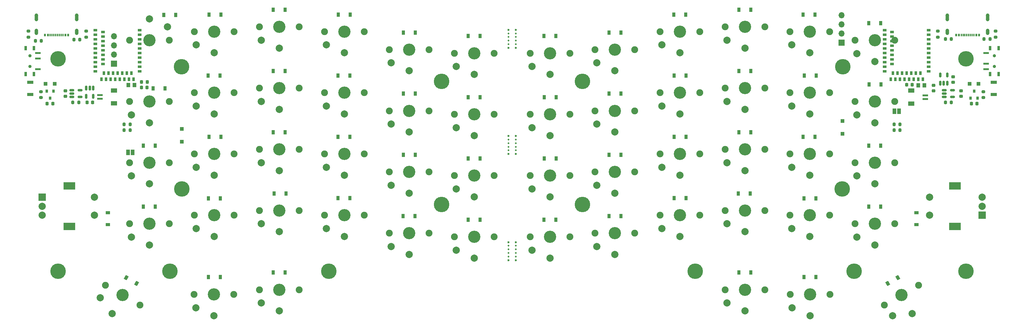
<source format=gbr>
%TF.GenerationSoftware,KiCad,Pcbnew,(5.99.0-8557-g8988e46ab1)*%
%TF.CreationDate,2021-02-24T09:02:56-07:00*%
%TF.ProjectId,SP56,53503536-2e6b-4696-9361-645f70636258,rev?*%
%TF.SameCoordinates,Original*%
%TF.FileFunction,Soldermask,Bot*%
%TF.FilePolarity,Negative*%
%FSLAX46Y46*%
G04 Gerber Fmt 4.6, Leading zero omitted, Abs format (unit mm)*
G04 Created by KiCad (PCBNEW (5.99.0-8557-g8988e46ab1)) date 2021-02-24 09:02:56*
%MOMM*%
%LPD*%
G01*
G04 APERTURE LIST*
G04 Aperture macros list*
%AMRoundRect*
0 Rectangle with rounded corners*
0 $1 Rounding radius*
0 $2 $3 $4 $5 $6 $7 $8 $9 X,Y pos of 4 corners*
0 Add a 4 corners polygon primitive as box body*
4,1,4,$2,$3,$4,$5,$6,$7,$8,$9,$2,$3,0*
0 Add four circle primitives for the rounded corners*
1,1,$1+$1,$2,$3*
1,1,$1+$1,$4,$5*
1,1,$1+$1,$6,$7*
1,1,$1+$1,$8,$9*
0 Add four rect primitives between the rounded corners*
20,1,$1+$1,$2,$3,$4,$5,0*
20,1,$1+$1,$4,$5,$6,$7,0*
20,1,$1+$1,$6,$7,$8,$9,0*
20,1,$1+$1,$8,$9,$2,$3,0*%
%AMRotRect*
0 Rectangle, with rotation*
0 The origin of the aperture is its center*
0 $1 length*
0 $2 width*
0 $3 Rotation angle, in degrees counterclockwise*
0 Add horizontal line*
21,1,$1,$2,0,0,$3*%
G04 Aperture macros list end*
%ADD10C,0.500000*%
%ADD11C,0.600000*%
%ADD12C,4.300000*%
%ADD13C,1.900000*%
%ADD14C,3.400000*%
%ADD15C,2.000000*%
%ADD16R,1.700000X1.700000*%
%ADD17O,1.700000X1.700000*%
%ADD18R,1.000000X1.000000*%
%ADD19R,2.000000X2.000000*%
%ADD20R,3.200000X2.000000*%
%ADD21R,0.900000X1.200000*%
%ADD22R,1.200000X0.900000*%
%ADD23R,0.800000X0.900000*%
%ADD24RoundRect,0.200000X0.200000X0.275000X-0.200000X0.275000X-0.200000X-0.275000X0.200000X-0.275000X0*%
%ADD25RoundRect,0.150000X-0.512500X-0.150000X0.512500X-0.150000X0.512500X0.150000X-0.512500X0.150000X0*%
%ADD26RoundRect,0.200000X-0.275000X0.200000X-0.275000X-0.200000X0.275000X-0.200000X0.275000X0.200000X0*%
%ADD27RoundRect,0.225000X-0.250000X0.225000X-0.250000X-0.225000X0.250000X-0.225000X0.250000X0.225000X0*%
%ADD28RotRect,0.900000X1.200000X30.000000*%
%ADD29RoundRect,0.200000X0.275000X-0.200000X0.275000X0.200000X-0.275000X0.200000X-0.275000X-0.200000X0*%
%ADD30RoundRect,0.225000X0.250000X-0.225000X0.250000X0.225000X-0.250000X0.225000X-0.250000X-0.225000X0*%
%ADD31RoundRect,0.225000X-0.225000X-0.250000X0.225000X-0.250000X0.225000X0.250000X-0.225000X0.250000X0*%
%ADD32R,1.050000X1.200000*%
%ADD33R,1.550000X0.600000*%
%ADD34R,1.800000X1.200000*%
%ADD35RoundRect,0.200000X-0.200000X-0.275000X0.200000X-0.275000X0.200000X0.275000X-0.200000X0.275000X0*%
%ADD36RoundRect,0.225000X0.225000X0.250000X-0.225000X0.250000X-0.225000X-0.250000X0.225000X-0.250000X0*%
%ADD37C,0.900000*%
%ADD38R,1.524000X0.600000*%
%ADD39R,0.700000X1.200000*%
%ADD40R,1.000000X0.650000*%
%ADD41R,0.650000X1.000000*%
%ADD42R,1.000000X1.500000*%
%ADD43RoundRect,0.150000X0.150000X-0.512500X0.150000X0.512500X-0.150000X0.512500X-0.150000X-0.512500X0*%
%ADD44R,1.700000X0.900000*%
%ADD45RoundRect,0.150000X-0.150000X0.512500X-0.150000X-0.512500X0.150000X-0.512500X0.150000X0.512500X0*%
%ADD46RotRect,0.900000X1.200000X330.000000*%
%ADD47R,0.540000X0.800000*%
%ADD48R,0.300000X0.800000*%
%ADD49C,1.000000*%
G04 APERTURE END LIST*
D10*
%TO.C,REF\u002A\u002A*%
X223175000Y-11500000D03*
X225175000Y-11500000D03*
D11*
X223175000Y-15500000D03*
D10*
X223175000Y-12500000D03*
X225175000Y-14500000D03*
D11*
X223175000Y-10500000D03*
D10*
X223175000Y-14500000D03*
D11*
X225175000Y-15500000D03*
D10*
X225175000Y-13500000D03*
X223175000Y-13500000D03*
X225175000Y-12500000D03*
D11*
X225175000Y-10500000D03*
%TD*%
D10*
%TO.C,REF\u002A\u002A*%
X223175000Y-41000000D03*
X225175000Y-41000000D03*
D11*
X223175000Y-45000000D03*
D10*
X223175000Y-42000000D03*
X225175000Y-44000000D03*
D11*
X223175000Y-40000000D03*
D10*
X223175000Y-44000000D03*
D11*
X225175000Y-45000000D03*
D10*
X225175000Y-43000000D03*
X223175000Y-43000000D03*
X225175000Y-42000000D03*
D11*
X225175000Y-40000000D03*
%TD*%
D10*
%TO.C,REF\u002A\u002A*%
X223175000Y-70500000D03*
X225175000Y-70500000D03*
D11*
X223175000Y-74500000D03*
D10*
X223175000Y-71500000D03*
X225175000Y-73500000D03*
D11*
X223175000Y-69500000D03*
D10*
X223175000Y-73500000D03*
D11*
X225175000Y-74500000D03*
D10*
X225175000Y-72500000D03*
X223175000Y-72500000D03*
X225175000Y-71500000D03*
D11*
X225175000Y-69500000D03*
%TD*%
D12*
%TO.C,H14*%
X98400000Y-77600000D03*
%TD*%
D13*
%TO.C,SW126*%
X121038140Y-86950000D03*
X111511860Y-81450000D03*
D14*
X116275000Y-84200000D03*
D15*
X110094873Y-84904294D03*
X113325000Y-89309550D03*
%TD*%
D16*
%TO.C,SWD/C1*%
X315475000Y-14100000D03*
D17*
X315475000Y-11560000D03*
X315475000Y-9020000D03*
X315475000Y-6480000D03*
%TD*%
D13*
%TO.C,SW113*%
X129175000Y-47400000D03*
D14*
X123675000Y-47400000D03*
D13*
X118175000Y-47400000D03*
D15*
X118675000Y-51100000D03*
X123675000Y-53300000D03*
%TD*%
D14*
%TO.C,SW2*%
X306675000Y-11000000D03*
D13*
X312175000Y-11000000D03*
X301175000Y-11000000D03*
D15*
X301675000Y-14700000D03*
X306675000Y-16900000D03*
%TD*%
D13*
%TO.C,SW21*%
X283175000Y-60700000D03*
X294175000Y-60700000D03*
D14*
X288675000Y-60700000D03*
D15*
X283675000Y-64400000D03*
X288675000Y-66600000D03*
%TD*%
D13*
%TO.C,SW9*%
X283175000Y-26700000D03*
D14*
X288675000Y-26700000D03*
D13*
X294175000Y-26700000D03*
D15*
X283675000Y-30400000D03*
X288675000Y-32600000D03*
%TD*%
D13*
%TO.C,SW1*%
X319175000Y-13400000D03*
D14*
X324675000Y-13400000D03*
D13*
X330175000Y-13400000D03*
D15*
X319675000Y-17100000D03*
X324675000Y-19300000D03*
%TD*%
D18*
%TO.C,J3*%
X315750000Y-35800000D03*
%TD*%
D14*
%TO.C,SW11*%
X252675000Y-33000000D03*
D13*
X258175000Y-33000000D03*
X247175000Y-33000000D03*
D15*
X247675000Y-36700000D03*
X252675000Y-38900000D03*
%TD*%
D14*
%TO.C,SW119*%
X123675000Y-64400000D03*
D13*
X129175000Y-64400000D03*
X118175000Y-64400000D03*
D15*
X118675000Y-68100000D03*
X123675000Y-70300000D03*
%TD*%
D18*
%TO.C,J2*%
X315750000Y-39400000D03*
%TD*%
D13*
%TO.C,SW106*%
X219175000Y-17000000D03*
D14*
X213675000Y-17000000D03*
D13*
X208175000Y-17000000D03*
D15*
X208675000Y-20700000D03*
X213675000Y-22900000D03*
%TD*%
D13*
%TO.C,SW28*%
X294175000Y-82700000D03*
X283175000Y-82700000D03*
D14*
X288675000Y-82700000D03*
D15*
X283675000Y-86400000D03*
X288675000Y-88600000D03*
%TD*%
D14*
%TO.C,SW127*%
X141575000Y-84000000D03*
D13*
X136075000Y-84000000D03*
X147075000Y-84000000D03*
D15*
X136575000Y-87700000D03*
X141575000Y-89900000D03*
%TD*%
D13*
%TO.C,SW26*%
X336838140Y-81450000D03*
X327311860Y-86950000D03*
D14*
X332075000Y-84200000D03*
D15*
X329594873Y-89904294D03*
X335025000Y-89309550D03*
%TD*%
D14*
%TO.C,SW123*%
X195675000Y-67000000D03*
D13*
X201175000Y-67000000D03*
X190175000Y-67000000D03*
D15*
X190675000Y-70700000D03*
X195675000Y-72900000D03*
%TD*%
D14*
%TO.C,SW115*%
X159675000Y-43700000D03*
D13*
X165175000Y-43700000D03*
X154175000Y-43700000D03*
D15*
X154675000Y-47400000D03*
X159675000Y-49600000D03*
%TD*%
D13*
%TO.C,SW18*%
X229175000Y-51000000D03*
X240175000Y-51000000D03*
D14*
X234675000Y-51000000D03*
D15*
X229675000Y-54700000D03*
X234675000Y-56900000D03*
%TD*%
D13*
%TO.C,SW27*%
X301275000Y-84000000D03*
D14*
X306775000Y-84000000D03*
D13*
X312275000Y-84000000D03*
D15*
X301775000Y-87700000D03*
X306775000Y-89900000D03*
%TD*%
D13*
%TO.C,SW19*%
X330175000Y-64400000D03*
X319175000Y-64400000D03*
D14*
X324675000Y-64400000D03*
D15*
X319675000Y-68100000D03*
X324675000Y-70300000D03*
%TD*%
D13*
%TO.C,SW17*%
X258175000Y-50000000D03*
D14*
X252675000Y-50000000D03*
D13*
X247175000Y-50000000D03*
D15*
X247675000Y-53700000D03*
X252675000Y-55900000D03*
%TD*%
D12*
%TO.C,H10*%
X132575000Y-20725000D03*
%TD*%
D13*
%TO.C,SW7*%
X330175000Y-30400000D03*
X319175000Y-30400000D03*
D14*
X324675000Y-30400000D03*
D15*
X319675000Y-34100000D03*
X324675000Y-36300000D03*
%TD*%
D13*
%TO.C,SW103*%
X165175000Y-9700000D03*
D14*
X159675000Y-9700000D03*
D13*
X154175000Y-9700000D03*
D15*
X154675000Y-13400000D03*
X159675000Y-15600000D03*
%TD*%
D12*
%TO.C,H8*%
X274950000Y-77600000D03*
%TD*%
%TO.C,H13*%
X132675000Y-54725000D03*
%TD*%
D13*
%TO.C,SW15*%
X283175000Y-43700000D03*
D14*
X288675000Y-43700000D03*
D13*
X294175000Y-43700000D03*
D15*
X283675000Y-47400000D03*
X288675000Y-49600000D03*
%TD*%
D12*
%TO.C,H11*%
X204675000Y-24825000D03*
%TD*%
D14*
%TO.C,SW104*%
X177675000Y-11000000D03*
D13*
X183175000Y-11000000D03*
X172175000Y-11000000D03*
D15*
X172675000Y-14700000D03*
X177675000Y-16900000D03*
%TD*%
D18*
%TO.C,J104*%
X132700000Y-41600000D03*
%TD*%
D13*
%TO.C,SW20*%
X312175000Y-62000000D03*
X301175000Y-62000000D03*
D14*
X306675000Y-62000000D03*
D15*
X301675000Y-65700000D03*
X306675000Y-67900000D03*
%TD*%
D13*
%TO.C,SW22*%
X265175000Y-62000000D03*
D14*
X270675000Y-62000000D03*
D13*
X276175000Y-62000000D03*
D15*
X265675000Y-65700000D03*
X270675000Y-67900000D03*
%TD*%
D13*
%TO.C,SW16*%
X276175000Y-45000000D03*
D14*
X270675000Y-45000000D03*
D13*
X265175000Y-45000000D03*
D15*
X265675000Y-48700000D03*
X270675000Y-50900000D03*
%TD*%
D13*
%TO.C,SW118*%
X219175000Y-51000000D03*
X208175000Y-51000000D03*
D14*
X213675000Y-51000000D03*
D15*
X208675000Y-54700000D03*
X213675000Y-56900000D03*
%TD*%
D13*
%TO.C,SW10*%
X276175000Y-28000000D03*
D14*
X270675000Y-28000000D03*
D13*
X265175000Y-28000000D03*
D15*
X265675000Y-31700000D03*
X270675000Y-33900000D03*
%TD*%
D14*
%TO.C,SW101*%
X123675000Y-13400000D03*
D13*
X118175000Y-13400000D03*
X129175000Y-13400000D03*
D15*
X128675000Y-9700000D03*
X123675000Y-7500000D03*
%TD*%
D13*
%TO.C,SW23*%
X247175000Y-67000000D03*
X258175000Y-67000000D03*
D14*
X252675000Y-67000000D03*
D15*
X247675000Y-70700000D03*
X252675000Y-72900000D03*
%TD*%
D13*
%TO.C,SW5*%
X258175000Y-16000000D03*
X247175000Y-16000000D03*
D14*
X252675000Y-16000000D03*
D15*
X247675000Y-19700000D03*
X252675000Y-21900000D03*
%TD*%
D13*
%TO.C,SW110*%
X183175000Y-28000000D03*
X172175000Y-28000000D03*
D14*
X177675000Y-28000000D03*
D15*
X172675000Y-31700000D03*
X177675000Y-33900000D03*
%TD*%
D14*
%TO.C,SW8*%
X306675000Y-28000000D03*
D13*
X312175000Y-28000000D03*
X301175000Y-28000000D03*
D15*
X301675000Y-31700000D03*
X306675000Y-33900000D03*
%TD*%
D13*
%TO.C,SW114*%
X147175000Y-45000000D03*
D14*
X141675000Y-45000000D03*
D13*
X136175000Y-45000000D03*
D15*
X136675000Y-48700000D03*
X141675000Y-50900000D03*
%TD*%
D14*
%TO.C,SW4*%
X270675000Y-11000000D03*
D13*
X276175000Y-11000000D03*
X265175000Y-11000000D03*
D15*
X265675000Y-14700000D03*
X270675000Y-16900000D03*
%TD*%
D12*
%TO.C,H12*%
X204675000Y-59025000D03*
%TD*%
D14*
%TO.C,SW13*%
X324675000Y-47400000D03*
D13*
X319175000Y-47400000D03*
X330175000Y-47400000D03*
D15*
X319675000Y-51100000D03*
X324675000Y-53300000D03*
%TD*%
D12*
%TO.C,H15*%
X129400000Y-77600000D03*
%TD*%
D13*
%TO.C,SW124*%
X219175000Y-68000000D03*
D14*
X213675000Y-68000000D03*
D13*
X208175000Y-68000000D03*
D15*
X208675000Y-71700000D03*
X213675000Y-73900000D03*
%TD*%
D19*
%TO.C,SW125*%
X93975000Y-57000000D03*
D15*
X93975000Y-62000000D03*
X93975000Y-59500000D03*
D20*
X101475000Y-53900000D03*
X101475000Y-65100000D03*
D15*
X108475000Y-62000000D03*
X108475000Y-57000000D03*
%TD*%
D13*
%TO.C,SW108*%
X147175000Y-28000000D03*
X136175000Y-28000000D03*
D14*
X141675000Y-28000000D03*
D15*
X136675000Y-31700000D03*
X141675000Y-33900000D03*
%TD*%
D12*
%TO.C,H7*%
X318950000Y-77600000D03*
%TD*%
D13*
%TO.C,SW128*%
X165175000Y-82700000D03*
D14*
X159675000Y-82700000D03*
D13*
X154175000Y-82700000D03*
D15*
X154675000Y-86400000D03*
X159675000Y-88600000D03*
%TD*%
D13*
%TO.C,SW111*%
X190175000Y-33000000D03*
D14*
X195675000Y-33000000D03*
D13*
X201175000Y-33000000D03*
D15*
X190675000Y-36700000D03*
X195675000Y-38900000D03*
%TD*%
D14*
%TO.C,SW122*%
X177675000Y-62000000D03*
D13*
X183175000Y-62000000D03*
X172175000Y-62000000D03*
D15*
X172675000Y-65700000D03*
X177675000Y-67900000D03*
%TD*%
D14*
%TO.C,SW112*%
X213675000Y-34000000D03*
D13*
X219175000Y-34000000D03*
X208175000Y-34000000D03*
D15*
X208675000Y-37700000D03*
X213675000Y-39900000D03*
%TD*%
D12*
%TO.C,H16*%
X173400000Y-77600000D03*
%TD*%
D14*
%TO.C,SW24*%
X234675000Y-68000000D03*
D13*
X240175000Y-68000000D03*
X229175000Y-68000000D03*
D15*
X229675000Y-71700000D03*
X234675000Y-73900000D03*
%TD*%
D14*
%TO.C,SW12*%
X234675000Y-34000000D03*
D13*
X229175000Y-34000000D03*
X240175000Y-34000000D03*
D15*
X229675000Y-37700000D03*
X234675000Y-39900000D03*
%TD*%
D13*
%TO.C,SW120*%
X147175000Y-62000000D03*
D14*
X141675000Y-62000000D03*
D13*
X136175000Y-62000000D03*
D15*
X136675000Y-65700000D03*
X141675000Y-67900000D03*
%TD*%
D13*
%TO.C,SW109*%
X165175000Y-26700000D03*
X154175000Y-26700000D03*
D14*
X159675000Y-26700000D03*
D15*
X154675000Y-30400000D03*
X159675000Y-32600000D03*
%TD*%
D14*
%TO.C,SW105*%
X195675000Y-16000000D03*
D13*
X190175000Y-16000000D03*
X201175000Y-16000000D03*
D15*
X190675000Y-19700000D03*
X195675000Y-21900000D03*
%TD*%
D13*
%TO.C,SW107*%
X129175000Y-30400000D03*
X118175000Y-30400000D03*
D14*
X123675000Y-30400000D03*
D15*
X118675000Y-34100000D03*
X123675000Y-36300000D03*
%TD*%
D13*
%TO.C,SW3*%
X283175000Y-9700000D03*
D14*
X288675000Y-9700000D03*
D13*
X294175000Y-9700000D03*
D15*
X283675000Y-13400000D03*
X288675000Y-15600000D03*
%TD*%
D13*
%TO.C,SW6*%
X229175000Y-17000000D03*
D14*
X234675000Y-17000000D03*
D13*
X240175000Y-17000000D03*
D15*
X229675000Y-20700000D03*
X234675000Y-22900000D03*
%TD*%
D13*
%TO.C,SW14*%
X301175000Y-45000000D03*
D14*
X306675000Y-45000000D03*
D13*
X312175000Y-45000000D03*
D15*
X301675000Y-48700000D03*
X306675000Y-50900000D03*
%TD*%
D13*
%TO.C,SW117*%
X201175000Y-50000000D03*
D14*
X195675000Y-50000000D03*
D13*
X190175000Y-50000000D03*
D15*
X190675000Y-53700000D03*
X195675000Y-55900000D03*
%TD*%
D13*
%TO.C,SW102*%
X136175000Y-11000000D03*
D14*
X141675000Y-11000000D03*
D13*
X147175000Y-11000000D03*
D15*
X136675000Y-14700000D03*
X141675000Y-16900000D03*
%TD*%
D12*
%TO.C,H9*%
X98400000Y-18600000D03*
%TD*%
D13*
%TO.C,SW116*%
X172175000Y-45000000D03*
X183175000Y-45000000D03*
D14*
X177675000Y-45000000D03*
D15*
X172675000Y-48700000D03*
X177675000Y-50900000D03*
%TD*%
D13*
%TO.C,SW121*%
X154175000Y-60700000D03*
D14*
X159675000Y-60700000D03*
D13*
X165175000Y-60700000D03*
D15*
X154675000Y-64400000D03*
X159675000Y-66600000D03*
%TD*%
D19*
%TO.C,SW25*%
X354375000Y-62000000D03*
D15*
X354375000Y-57000000D03*
X354375000Y-59500000D03*
D20*
X346875000Y-65100000D03*
X346875000Y-53900000D03*
D15*
X339875000Y-57000000D03*
X339875000Y-62000000D03*
%TD*%
D21*
%TO.C,D103*%
X158025000Y-4950000D03*
X161325000Y-4950000D03*
%TD*%
D22*
%TO.C,D125*%
X112175000Y-64649999D03*
X112175000Y-61349999D03*
%TD*%
D23*
%TO.C,Q1*%
X353125000Y-29500000D03*
X351225000Y-29500000D03*
X352175000Y-27500000D03*
%TD*%
D24*
%TO.C,R105*%
X118325000Y-38400000D03*
X116675000Y-38400000D03*
%TD*%
D25*
%TO.C,U101*%
X102162500Y-29150000D03*
X102162500Y-28200000D03*
X102162500Y-27250000D03*
X104437500Y-27250000D03*
X104437500Y-29150000D03*
%TD*%
D18*
%TO.C,D33*%
X350900000Y-25500000D03*
X353400000Y-25500000D03*
%TD*%
D26*
%TO.C,R101*%
X90175000Y-10875000D03*
X90175000Y-12525000D03*
%TD*%
D21*
%TO.C,D101*%
X127635955Y-6362500D03*
X130935955Y-6362500D03*
%TD*%
%TO.C,D120*%
X140025000Y-57300000D03*
X143325000Y-57300000D03*
%TD*%
%TO.C,D109*%
X158025000Y-21950000D03*
X161325000Y-21950000D03*
%TD*%
D27*
%TO.C,C101*%
X100400000Y-27425000D03*
X100400000Y-28975000D03*
%TD*%
D28*
%TO.C,D26*%
X328218301Y-80975000D03*
X331076185Y-79325000D03*
%TD*%
D21*
%TO.C,D112*%
X211975000Y-29250000D03*
X215275000Y-29250000D03*
%TD*%
%TO.C,D127*%
X140025000Y-79200000D03*
X143325000Y-79200000D03*
%TD*%
D26*
%TO.C,R103*%
X93600000Y-27675000D03*
X93600000Y-29325000D03*
%TD*%
D21*
%TO.C,D116*%
X175975000Y-40250000D03*
X179275000Y-40250000D03*
%TD*%
%TO.C,D118*%
X211975000Y-46250000D03*
X215275000Y-46250000D03*
%TD*%
D29*
%TO.C,R9*%
X354750000Y-29325000D03*
X354750000Y-27675000D03*
%TD*%
D21*
%TO.C,D14*%
X304825000Y-40200000D03*
X308125000Y-40200000D03*
%TD*%
D12*
%TO.C,H1*%
X315675000Y-54725000D03*
%TD*%
D21*
%TO.C,D111*%
X194025000Y-28250000D03*
X197325000Y-28250000D03*
%TD*%
%TO.C,D105*%
X194025000Y-11250000D03*
X197325000Y-11250000D03*
%TD*%
%TO.C,D110*%
X175975000Y-23250000D03*
X179275000Y-23250000D03*
%TD*%
%TO.C,D117*%
X194025000Y-45250000D03*
X197325000Y-45250000D03*
%TD*%
D30*
%TO.C,C3*%
X348575000Y-28975000D03*
X348575000Y-27425000D03*
%TD*%
D21*
%TO.C,D121*%
X158225000Y-56000000D03*
X161525000Y-56000000D03*
%TD*%
%TO.C,D11*%
X251025000Y-28250000D03*
X254325000Y-28250000D03*
%TD*%
D31*
%TO.C,C4*%
X351437500Y-31000000D03*
X352987500Y-31000000D03*
%TD*%
D12*
%TO.C,H3*%
X243675000Y-59025000D03*
%TD*%
D24*
%TO.C,R2*%
X345875000Y-30700000D03*
X344225000Y-30700000D03*
%TD*%
D21*
%TO.C,D19*%
X323025000Y-59650000D03*
X326325000Y-59650000D03*
%TD*%
D32*
%TO.C,Y101*%
X117860955Y-25862500D03*
X119510955Y-25862500D03*
%TD*%
D21*
%TO.C,D27*%
X305025000Y-79200000D03*
X308325000Y-79200000D03*
%TD*%
D24*
%TO.C,R102*%
X104125000Y-30700000D03*
X102475000Y-30700000D03*
%TD*%
D26*
%TO.C,R6*%
X358175000Y-10875000D03*
X358175000Y-12525000D03*
%TD*%
D21*
%TO.C,D16*%
X269075000Y-40250000D03*
X272375000Y-40250000D03*
%TD*%
%TO.C,D6*%
X233025000Y-12250000D03*
X236325000Y-12250000D03*
%TD*%
D32*
%TO.C,Y1*%
X336750000Y-25900000D03*
X338400000Y-25900000D03*
%TD*%
D21*
%TO.C,D122*%
X175975000Y-57250000D03*
X179275000Y-57250000D03*
%TD*%
%TO.C,D21*%
X286825000Y-56000000D03*
X290125000Y-56000000D03*
%TD*%
%TO.C,D22*%
X269075000Y-57250000D03*
X272375000Y-57250000D03*
%TD*%
D31*
%TO.C,C105*%
X106425000Y-30700000D03*
X107975000Y-30700000D03*
%TD*%
D21*
%TO.C,D17*%
X251025000Y-45250000D03*
X254325000Y-45250000D03*
%TD*%
D30*
%TO.C,C2*%
X340950000Y-27437500D03*
X340950000Y-25887500D03*
%TD*%
D33*
%TO.C,J106*%
X110000000Y-28650000D03*
X110000000Y-29650000D03*
D34*
X113875000Y-27350000D03*
X113875000Y-30950000D03*
%TD*%
D21*
%TO.C,D2*%
X304825000Y-6300000D03*
X308125000Y-6300000D03*
%TD*%
%TO.C,D7*%
X323075000Y-25650000D03*
X326375000Y-25650000D03*
%TD*%
D35*
%TO.C,R108*%
X102775000Y-13250000D03*
X104425000Y-13250000D03*
%TD*%
D21*
%TO.C,D113*%
X122025000Y-42650000D03*
X125325000Y-42650000D03*
%TD*%
D36*
%TO.C,C103*%
X123035955Y-26562500D03*
X121485955Y-26562500D03*
%TD*%
D26*
%TO.C,R106*%
X106200000Y-10875000D03*
X106200000Y-12525000D03*
%TD*%
D35*
%TO.C,R4*%
X330025000Y-36800000D03*
X331675000Y-36800000D03*
%TD*%
D21*
%TO.C,D10*%
X269075000Y-23250000D03*
X272375000Y-23250000D03*
%TD*%
%TO.C,D123*%
X193975000Y-62250000D03*
X197275000Y-62250000D03*
%TD*%
%TO.C,D12*%
X233075000Y-29250000D03*
X236375000Y-29250000D03*
%TD*%
D33*
%TO.C,J9*%
X338625000Y-29700000D03*
X338625000Y-28700000D03*
D34*
X334750000Y-31000000D03*
X334750000Y-27400000D03*
%TD*%
D37*
%TO.C,BATT101*%
X90550000Y-17700000D03*
X90550000Y-20700000D03*
D38*
X92800000Y-21450000D03*
X92800000Y-18450000D03*
X92800000Y-16950000D03*
D39*
X89400000Y-22800000D03*
X89400000Y-15600000D03*
X91700000Y-15600000D03*
X91700000Y-22800000D03*
%TD*%
D40*
%TO.C,U102*%
X120954955Y-10570000D03*
X120954955Y-11840000D03*
X120954955Y-13110000D03*
X120954955Y-14380000D03*
X120954955Y-15650000D03*
X120954955Y-16920000D03*
X120954955Y-18190000D03*
X120954955Y-19460000D03*
X120954955Y-20730000D03*
X120954955Y-22000000D03*
D41*
X119305955Y-24219000D03*
X118668955Y-22508000D03*
X118035955Y-24219000D03*
X117398955Y-22508000D03*
X116765955Y-24219000D03*
X116128955Y-22508000D03*
X115495955Y-24219000D03*
X114858955Y-22508000D03*
X114225955Y-24219000D03*
X113588955Y-22508000D03*
X112955955Y-24219000D03*
X112318955Y-22508000D03*
X111685955Y-24219000D03*
X111048955Y-22508000D03*
X110415955Y-24219000D03*
D40*
X108716955Y-22000000D03*
X108716955Y-20730000D03*
X110794955Y-19968000D03*
X108716955Y-19460000D03*
X110794955Y-18698000D03*
X108716955Y-18190000D03*
X110794955Y-17428000D03*
X108716955Y-16920000D03*
X110794955Y-16158000D03*
X108716955Y-15650000D03*
X110794955Y-14888000D03*
X108716955Y-14380000D03*
X110794955Y-13618000D03*
X108716955Y-13110000D03*
X110794955Y-12348000D03*
X108716955Y-11840000D03*
X110794955Y-11078000D03*
X108716955Y-10570000D03*
%TD*%
D16*
%TO.C,SWD/C101*%
X113900000Y-19900000D03*
D17*
X113900000Y-17360000D03*
X113900000Y-14820000D03*
X113900000Y-12280000D03*
%TD*%
D21*
%TO.C,D114*%
X140225000Y-40200000D03*
X143525000Y-40200000D03*
%TD*%
%TO.C,D28*%
X287025000Y-77900000D03*
X290325000Y-77900000D03*
%TD*%
%TO.C,D20*%
X305025000Y-57300000D03*
X308325000Y-57300000D03*
%TD*%
D42*
%TO.C,BattJumper1*%
X331400000Y-33100000D03*
X330100000Y-33100000D03*
%TD*%
D43*
%TO.C,U3*%
X344725000Y-25300000D03*
X343775000Y-25300000D03*
X342825000Y-25300000D03*
X342825000Y-23025000D03*
X344725000Y-23025000D03*
%TD*%
D35*
%TO.C,R8*%
X354950000Y-13100000D03*
X356600000Y-13100000D03*
%TD*%
D21*
%TO.C,D4*%
X269025000Y-6250000D03*
X272325000Y-6250000D03*
%TD*%
D24*
%TO.C,R107*%
X93762500Y-13600000D03*
X92112500Y-13600000D03*
%TD*%
D21*
%TO.C,D115*%
X158025000Y-38950000D03*
X161325000Y-38950000D03*
%TD*%
D27*
%TO.C,C5*%
X346375000Y-23525000D03*
X346375000Y-25075000D03*
%TD*%
D44*
%TO.C,RESET101*%
X90700000Y-28500000D03*
X90700000Y-25100000D03*
%TD*%
D21*
%TO.C,D18*%
X233075000Y-46250000D03*
X236375000Y-46250000D03*
%TD*%
%TO.C,D124*%
X212025000Y-63250000D03*
X215325000Y-63250000D03*
%TD*%
D12*
%TO.C,H6*%
X243675000Y-24825000D03*
%TD*%
D21*
%TO.C,D1*%
X323025000Y-8650000D03*
X326325000Y-8650000D03*
%TD*%
%TO.C,D128*%
X158025000Y-77900000D03*
X161325000Y-77900000D03*
%TD*%
D18*
%TO.C,D133*%
X97450000Y-25500000D03*
X94950000Y-25500000D03*
%TD*%
D26*
%TO.C,R1*%
X342150000Y-10875000D03*
X342150000Y-12525000D03*
%TD*%
D21*
%TO.C,D9*%
X287025000Y-21950000D03*
X290325000Y-21950000D03*
%TD*%
D45*
%TO.C,U103*%
X106200000Y-26662500D03*
X107150000Y-26662500D03*
X108100000Y-26662500D03*
X108100000Y-28937500D03*
X106200000Y-28937500D03*
%TD*%
D35*
%TO.C,R104*%
X116675000Y-36800000D03*
X118325000Y-36800000D03*
%TD*%
D24*
%TO.C,R7*%
X345887500Y-13100000D03*
X344237500Y-13100000D03*
%TD*%
D12*
%TO.C,H5*%
X315775000Y-20725000D03*
%TD*%
D21*
%TO.C,D8*%
X305125000Y-23200000D03*
X308425000Y-23200000D03*
%TD*%
D22*
%TO.C,D25*%
X336175000Y-64649999D03*
X336175000Y-61349999D03*
%TD*%
D21*
%TO.C,D108*%
X139925000Y-23200000D03*
X143225000Y-23200000D03*
%TD*%
%TO.C,D106*%
X212025000Y-12250000D03*
X215325000Y-12250000D03*
%TD*%
D44*
%TO.C,RESET1*%
X357650000Y-25100000D03*
X357650000Y-28500000D03*
%TD*%
D36*
%TO.C,C102*%
X96912500Y-31000000D03*
X95362500Y-31000000D03*
%TD*%
D21*
%TO.C,D15*%
X287025000Y-38950000D03*
X290325000Y-38950000D03*
%TD*%
%TO.C,D3*%
X287025000Y-4950000D03*
X290325000Y-4950000D03*
%TD*%
D18*
%TO.C,J103*%
X132700000Y-38000000D03*
%TD*%
D21*
%TO.C,D5*%
X251025000Y-11250000D03*
X254325000Y-11250000D03*
%TD*%
D12*
%TO.C,H2*%
X349950000Y-77600000D03*
%TD*%
D42*
%TO.C,BattJumper101*%
X117750000Y-44550000D03*
X119050000Y-44550000D03*
%TD*%
D21*
%TO.C,D23*%
X251075000Y-62250000D03*
X254375000Y-62250000D03*
%TD*%
D46*
%TO.C,D126*%
X117273815Y-79325000D03*
X120131699Y-80975000D03*
%TD*%
D25*
%TO.C,U1*%
X343912500Y-29150000D03*
X343912500Y-28200000D03*
X343912500Y-27250000D03*
X346187500Y-27250000D03*
X346187500Y-29150000D03*
%TD*%
D21*
%TO.C,D102*%
X140225000Y-6300000D03*
X143525000Y-6300000D03*
%TD*%
D36*
%TO.C,C104*%
X123060955Y-25000000D03*
X121510955Y-25000000D03*
%TD*%
D47*
%TO.C,J101*%
X101175000Y-11975000D03*
X94775000Y-11975000D03*
X95575000Y-11975000D03*
X100375000Y-11975000D03*
D48*
X96725000Y-11975000D03*
X97725000Y-11975000D03*
X98225000Y-11975000D03*
X99225000Y-11975000D03*
X99725000Y-11975000D03*
X98725000Y-11975000D03*
X97225000Y-11975000D03*
X96217000Y-11975000D03*
D49*
X92399700Y-7680100D03*
X103550300Y-7667400D03*
X92399400Y-10694000D03*
X103550300Y-11210700D03*
X103550000Y-11456000D03*
X92400000Y-6460900D03*
X103550300Y-7032400D03*
X92399400Y-10956700D03*
X103550000Y-10694000D03*
X92399700Y-6740300D03*
X92399700Y-11210700D03*
X103550600Y-6448200D03*
X92399400Y-11456000D03*
X103550300Y-6727600D03*
X103550000Y-10956700D03*
X103550300Y-7375300D03*
X92399700Y-7045100D03*
X92399700Y-7388000D03*
%TD*%
D12*
%TO.C,H4*%
X349950000Y-18600000D03*
%TD*%
D23*
%TO.C,Q102*%
X95225000Y-27500000D03*
X97125000Y-27500000D03*
X96175000Y-29500000D03*
%TD*%
D40*
%TO.C,U2*%
X339633045Y-10570000D03*
X339633045Y-11840000D03*
X339633045Y-13110000D03*
X339633045Y-14380000D03*
X339633045Y-15650000D03*
X339633045Y-16920000D03*
X339633045Y-18190000D03*
X339633045Y-19460000D03*
X339633045Y-20730000D03*
X339633045Y-22000000D03*
D41*
X337984045Y-24219000D03*
X337347045Y-22508000D03*
X336714045Y-24219000D03*
X336077045Y-22508000D03*
X335444045Y-24219000D03*
X334807045Y-22508000D03*
X334174045Y-24219000D03*
X333537045Y-22508000D03*
X332904045Y-24219000D03*
X332267045Y-22508000D03*
X331634045Y-24219000D03*
X330997045Y-22508000D03*
X330364045Y-24219000D03*
X329727045Y-22508000D03*
X329094045Y-24219000D03*
D40*
X327395045Y-22000000D03*
X327395045Y-20730000D03*
X329473045Y-19968000D03*
X327395045Y-19460000D03*
X329473045Y-18698000D03*
X327395045Y-18190000D03*
X329473045Y-17428000D03*
X327395045Y-16920000D03*
X329473045Y-16158000D03*
X327395045Y-15650000D03*
X329473045Y-14888000D03*
X327395045Y-14380000D03*
X329473045Y-13618000D03*
X327395045Y-13110000D03*
X329473045Y-12348000D03*
X327395045Y-11840000D03*
X329473045Y-11078000D03*
X327395045Y-10570000D03*
%TD*%
D21*
%TO.C,D119*%
X122025000Y-59650000D03*
X125325000Y-59650000D03*
%TD*%
D37*
%TO.C,BATT1*%
X357800000Y-20700000D03*
X357800000Y-17700000D03*
D38*
X355550000Y-16950000D03*
X355550000Y-19950000D03*
X355550000Y-21450000D03*
D39*
X358950000Y-15600000D03*
X358950000Y-22800000D03*
X356650000Y-22800000D03*
X356650000Y-15600000D03*
%TD*%
D21*
%TO.C,D107*%
X124750000Y-26800000D03*
X128050000Y-26800000D03*
%TD*%
D24*
%TO.C,R5*%
X331675000Y-38400000D03*
X330025000Y-38400000D03*
%TD*%
D31*
%TO.C,C1*%
X333500000Y-25800000D03*
X335050000Y-25800000D03*
%TD*%
D47*
%TO.C,J1*%
X353575000Y-11975000D03*
X347175000Y-11975000D03*
X347975000Y-11975000D03*
X352775000Y-11975000D03*
D48*
X349125000Y-11975000D03*
X350125000Y-11975000D03*
X350625000Y-11975000D03*
X351625000Y-11975000D03*
X352125000Y-11975000D03*
X351125000Y-11975000D03*
X349625000Y-11975000D03*
X348617000Y-11975000D03*
D49*
X344799700Y-7680100D03*
X355950300Y-7667400D03*
X344799400Y-10694000D03*
X355950300Y-11210700D03*
X355950000Y-11456000D03*
X344800000Y-6460900D03*
X355950300Y-7032400D03*
X344799400Y-10956700D03*
X355950000Y-10694000D03*
X344799700Y-6740300D03*
X344799700Y-11210700D03*
X355950600Y-6448200D03*
X344799400Y-11456000D03*
X355950300Y-6727600D03*
X355950000Y-10956700D03*
X355950300Y-7375300D03*
X344799700Y-7045100D03*
X344799700Y-7388000D03*
%TD*%
D21*
%TO.C,D13*%
X323025000Y-42650000D03*
X326325000Y-42650000D03*
%TD*%
%TO.C,D24*%
X233025000Y-63250000D03*
X236325000Y-63250000D03*
%TD*%
%TO.C,D104*%
X176025000Y-6250000D03*
X179325000Y-6250000D03*
%TD*%
M02*

</source>
